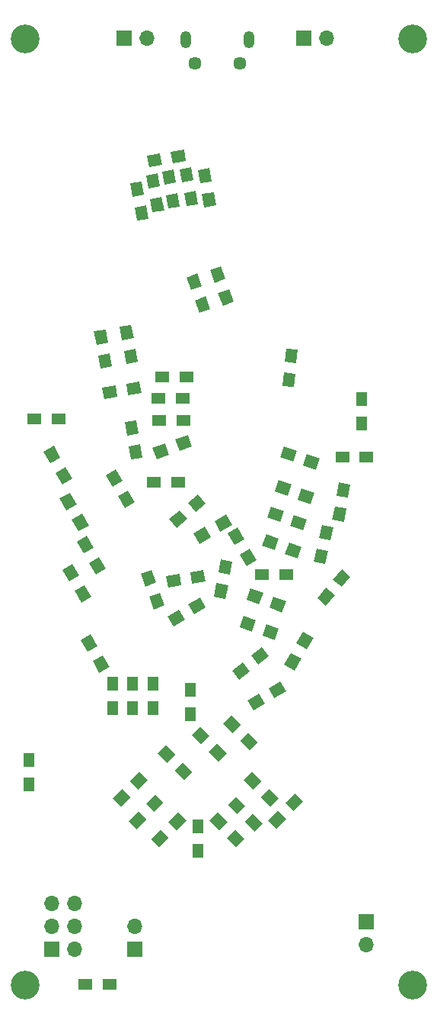
<source format=gbr>
%TF.GenerationSoftware,KiCad,Pcbnew,5.1.9*%
%TF.CreationDate,2021-02-07T10:12:46+01:00*%
%TF.ProjectId,afterglow_replay,61667465-7267-46c6-9f77-5f7265706c61,rev?*%
%TF.SameCoordinates,Original*%
%TF.FileFunction,Soldermask,Top*%
%TF.FilePolarity,Negative*%
%FSLAX46Y46*%
G04 Gerber Fmt 4.6, Leading zero omitted, Abs format (unit mm)*
G04 Created by KiCad (PCBNEW 5.1.9) date 2021-02-07 10:12:46*
%MOMM*%
%LPD*%
G01*
G04 APERTURE LIST*
%ADD10C,3.200000*%
%ADD11O,1.700000X1.700000*%
%ADD12R,1.700000X1.700000*%
%ADD13O,1.200000X1.900000*%
%ADD14C,1.450000*%
%ADD15R,1.500000X1.300000*%
%ADD16C,0.100000*%
%ADD17R,1.300000X1.500000*%
G04 APERTURE END LIST*
D10*
%TO.C,OR*%
X155100000Y-46000000D03*
%TD*%
D11*
%TO.C,J6*%
X145540000Y-45900000D03*
D12*
X143000000Y-45900000D03*
%TD*%
D11*
%TO.C,J5*%
X125600000Y-45900000D03*
D12*
X123060000Y-45900000D03*
%TD*%
D13*
%TO.C,J4*%
X136900000Y-46050000D03*
X129900000Y-46050000D03*
D14*
X135900000Y-48750000D03*
X130900000Y-48750000D03*
%TD*%
D10*
%TO.C,UL*%
X112000000Y-151000000D03*
%TD*%
%TO.C,REF\u002A\u002A*%
X155100000Y-151000000D03*
%TD*%
%TO.C,OL*%
X112000000Y-46000000D03*
%TD*%
D11*
%TO.C,J1*%
X150000000Y-146540000D03*
D12*
X150000000Y-144000000D03*
%TD*%
D11*
%TO.C,J3*%
X117540000Y-141920000D03*
X115000000Y-141920000D03*
X117540000Y-144460000D03*
X115000000Y-144460000D03*
X117540000Y-147000000D03*
D12*
X115000000Y-147000000D03*
%TD*%
D11*
%TO.C,J2*%
X124250000Y-144460000D03*
D12*
X124250000Y-147000000D03*
%TD*%
D15*
%TO.C,D88*%
X121450000Y-150900000D03*
X118750000Y-150900000D03*
%TD*%
D16*
%TO.C,D87*%
G36*
X122887917Y-95055385D02*
G01*
X121762083Y-95705385D01*
X121012083Y-94406347D01*
X122137917Y-93756347D01*
X122887917Y-95055385D01*
G37*
G36*
X124237917Y-97393653D02*
G01*
X123112083Y-98043653D01*
X122362083Y-96744615D01*
X123487917Y-96094615D01*
X124237917Y-97393653D01*
G37*
%TD*%
%TO.C,D86*%
G36*
X134305588Y-72613871D02*
G01*
X133083988Y-73058498D01*
X132570958Y-71648959D01*
X133792558Y-71204332D01*
X134305588Y-72613871D01*
G37*
G36*
X135229042Y-75151041D02*
G01*
X134007442Y-75595668D01*
X133494412Y-74186129D01*
X134716012Y-73741502D01*
X135229042Y-75151041D01*
G37*
%TD*%
%TO.C,D85*%
G36*
X147251601Y-106824185D02*
G01*
X146255743Y-105988561D01*
X147219925Y-104839495D01*
X148215783Y-105675119D01*
X147251601Y-106824185D01*
G37*
G36*
X145516075Y-108892505D02*
G01*
X144520217Y-108056881D01*
X145484399Y-106907815D01*
X146480257Y-107743439D01*
X145516075Y-108892505D01*
G37*
%TD*%
%TO.C,D84*%
G36*
X145968311Y-101661596D02*
G01*
X144701630Y-101369159D01*
X145039057Y-99907604D01*
X146305738Y-100200041D01*
X145968311Y-101661596D01*
G37*
G36*
X145360943Y-104292396D02*
G01*
X144094262Y-103999959D01*
X144431689Y-102538404D01*
X145698370Y-102830841D01*
X145360943Y-104292396D01*
G37*
%TD*%
%TO.C,D83*%
G36*
X147944314Y-96921987D02*
G01*
X146664064Y-96696244D01*
X146924536Y-95219033D01*
X148204786Y-95444776D01*
X147944314Y-96921987D01*
G37*
G36*
X147475464Y-99580967D02*
G01*
X146195214Y-99355224D01*
X146455686Y-97878013D01*
X147735936Y-98103756D01*
X147475464Y-99580967D01*
G37*
%TD*%
D15*
%TO.C,D82*%
X150000000Y-92400000D03*
X147300000Y-92400000D03*
%TD*%
D17*
%TO.C,D81*%
X149500000Y-85950000D03*
X149500000Y-88650000D03*
%TD*%
%TO.C,D78*%
X126300000Y-117550000D03*
X126300000Y-120250000D03*
%TD*%
%TO.C,D77*%
X124000000Y-117550000D03*
X124000000Y-120250000D03*
%TD*%
%TO.C,D76*%
X121800000Y-117550000D03*
X121800000Y-120250000D03*
%TD*%
D16*
%TO.C,D75*%
G36*
X118062917Y-105555385D02*
G01*
X116937083Y-106205385D01*
X116187083Y-104906347D01*
X117312917Y-104256347D01*
X118062917Y-105555385D01*
G37*
G36*
X119412917Y-107893653D02*
G01*
X118287083Y-108543653D01*
X117537083Y-107244615D01*
X118662917Y-106594615D01*
X119412917Y-107893653D01*
G37*
%TD*%
%TO.C,D74*%
G36*
X119662917Y-102455385D02*
G01*
X118537083Y-103105385D01*
X117787083Y-101806347D01*
X118912917Y-101156347D01*
X119662917Y-102455385D01*
G37*
G36*
X121012917Y-104793653D02*
G01*
X119887083Y-105443653D01*
X119137083Y-104144615D01*
X120262917Y-103494615D01*
X121012917Y-104793653D01*
G37*
%TD*%
%TO.C,D73*%
G36*
X117762917Y-97655385D02*
G01*
X116637083Y-98305385D01*
X115887083Y-97006347D01*
X117012917Y-96356347D01*
X117762917Y-97655385D01*
G37*
G36*
X119112917Y-99993653D02*
G01*
X117987083Y-100643653D01*
X117237083Y-99344615D01*
X118362917Y-98694615D01*
X119112917Y-99993653D01*
G37*
%TD*%
%TO.C,D72*%
G36*
X115962917Y-92455385D02*
G01*
X114837083Y-93105385D01*
X114087083Y-91806347D01*
X115212917Y-91156347D01*
X115962917Y-92455385D01*
G37*
G36*
X117312917Y-94793653D02*
G01*
X116187083Y-95443653D01*
X115437083Y-94144615D01*
X116562917Y-93494615D01*
X117312917Y-94793653D01*
G37*
%TD*%
D15*
%TO.C,D71*%
X115750000Y-88200000D03*
X113050000Y-88200000D03*
%TD*%
D16*
%TO.C,D68*%
G36*
X142199820Y-81958934D02*
G01*
X140904767Y-81845632D01*
X141035500Y-80351340D01*
X142330553Y-80464642D01*
X142199820Y-81958934D01*
G37*
G36*
X141964500Y-84648660D02*
G01*
X140669447Y-84535358D01*
X140800180Y-83041066D01*
X142095233Y-83154368D01*
X141964500Y-84648660D01*
G37*
%TD*%
%TO.C,D67*%
G36*
X138410502Y-112178012D02*
G01*
X138855129Y-110956412D01*
X140264668Y-111469442D01*
X139820041Y-112691042D01*
X138410502Y-112178012D01*
G37*
G36*
X135873332Y-111254558D02*
G01*
X136317959Y-110032958D01*
X137727498Y-110545988D01*
X137282871Y-111767588D01*
X135873332Y-111254558D01*
G37*
%TD*%
%TO.C,D66*%
G36*
X139191502Y-109116012D02*
G01*
X139636129Y-107894412D01*
X141045668Y-108407442D01*
X140601041Y-109629042D01*
X139191502Y-109116012D01*
G37*
G36*
X136654332Y-108192558D02*
G01*
X137098959Y-106970958D01*
X138508498Y-107483988D01*
X138063871Y-108705588D01*
X136654332Y-108192558D01*
G37*
%TD*%
D15*
%TO.C,D65*%
X141050000Y-105400000D03*
X138350000Y-105400000D03*
%TD*%
D16*
%TO.C,D64*%
G36*
X140941502Y-103116012D02*
G01*
X141386129Y-101894412D01*
X142795668Y-102407442D01*
X142351041Y-103629042D01*
X140941502Y-103116012D01*
G37*
G36*
X138404332Y-102192558D02*
G01*
X138848959Y-100970958D01*
X140258498Y-101483988D01*
X139813871Y-102705588D01*
X138404332Y-102192558D01*
G37*
%TD*%
%TO.C,D63*%
G36*
X141491502Y-100016012D02*
G01*
X141936129Y-98794412D01*
X143345668Y-99307442D01*
X142901041Y-100529042D01*
X141491502Y-100016012D01*
G37*
G36*
X138954332Y-99092558D02*
G01*
X139398959Y-97870958D01*
X140808498Y-98383988D01*
X140363871Y-99605588D01*
X138954332Y-99092558D01*
G37*
%TD*%
%TO.C,D62*%
G36*
X142341502Y-97116012D02*
G01*
X142786129Y-95894412D01*
X144195668Y-96407442D01*
X143751041Y-97629042D01*
X142341502Y-97116012D01*
G37*
G36*
X139804332Y-96192558D02*
G01*
X140248959Y-94970958D01*
X141658498Y-95483988D01*
X141213871Y-96705588D01*
X139804332Y-96192558D01*
G37*
%TD*%
%TO.C,D61*%
G36*
X142941502Y-93316012D02*
G01*
X143386129Y-92094412D01*
X144795668Y-92607442D01*
X144351041Y-93829042D01*
X142941502Y-93316012D01*
G37*
G36*
X140404332Y-92392558D02*
G01*
X140848959Y-91170958D01*
X142258498Y-91683988D01*
X141813871Y-92905588D01*
X140404332Y-92392558D01*
G37*
%TD*%
%TO.C,D58*%
G36*
X120062917Y-113355385D02*
G01*
X118937083Y-114005385D01*
X118187083Y-112706347D01*
X119312917Y-112056347D01*
X120062917Y-113355385D01*
G37*
G36*
X121412917Y-115693653D02*
G01*
X120287083Y-116343653D01*
X119537083Y-115044615D01*
X120662917Y-114394615D01*
X121412917Y-115693653D01*
G37*
%TD*%
%TO.C,D57*%
G36*
X143337917Y-113736385D02*
G01*
X142212083Y-113086385D01*
X142962083Y-111787347D01*
X144087917Y-112437347D01*
X143337917Y-113736385D01*
G37*
G36*
X141987917Y-116074653D02*
G01*
X140862083Y-115424653D01*
X141612083Y-114125615D01*
X142737917Y-114775615D01*
X141987917Y-116074653D01*
G37*
%TD*%
%TO.C,D56*%
G36*
X137972987Y-115442810D02*
G01*
X137172627Y-114418396D01*
X138354643Y-113494904D01*
X139155003Y-114519318D01*
X137972987Y-115442810D01*
G37*
G36*
X135845357Y-117105096D02*
G01*
X135044997Y-116080682D01*
X136227013Y-115157190D01*
X137027373Y-116181604D01*
X135845357Y-117105096D01*
G37*
%TD*%
%TO.C,D55*%
G36*
X139744615Y-119162917D02*
G01*
X139094615Y-118037083D01*
X140393653Y-117287083D01*
X141043653Y-118412917D01*
X139744615Y-119162917D01*
G37*
G36*
X137406347Y-120512917D02*
G01*
X136756347Y-119387083D01*
X138055385Y-118637083D01*
X138705385Y-119762917D01*
X137406347Y-120512917D01*
G37*
%TD*%
D15*
%TO.C,D54*%
X129950000Y-83500000D03*
X127250000Y-83500000D03*
%TD*%
%TO.C,D53*%
X129550000Y-85900000D03*
X126850000Y-85900000D03*
%TD*%
%TO.C,D52*%
X129650000Y-88300000D03*
X126950000Y-88300000D03*
%TD*%
D16*
%TO.C,D51*%
G36*
X129186129Y-91705588D02*
G01*
X128741502Y-90483988D01*
X130151041Y-89970958D01*
X130595668Y-91192558D01*
X129186129Y-91705588D01*
G37*
G36*
X126648959Y-92629042D02*
G01*
X126204332Y-91407442D01*
X127613871Y-90894412D01*
X128058498Y-92116012D01*
X126648959Y-92629042D01*
G37*
%TD*%
D15*
%TO.C,D48*%
X129050000Y-95200000D03*
X126350000Y-95200000D03*
%TD*%
D16*
%TO.C,D47*%
G36*
X130977439Y-98512257D02*
G01*
X130141815Y-97516399D01*
X131290881Y-96552217D01*
X132126505Y-97548075D01*
X130977439Y-98512257D01*
G37*
G36*
X128909119Y-100247783D02*
G01*
X128073495Y-99251925D01*
X129222561Y-98287743D01*
X130058185Y-99283601D01*
X128909119Y-100247783D01*
G37*
%TD*%
%TO.C,D46*%
G36*
X133744615Y-100662917D02*
G01*
X133094615Y-99537083D01*
X134393653Y-98787083D01*
X135043653Y-99912917D01*
X133744615Y-100662917D01*
G37*
G36*
X131406347Y-102012917D02*
G01*
X130756347Y-100887083D01*
X132055385Y-100137083D01*
X132705385Y-101262917D01*
X131406347Y-102012917D01*
G37*
%TD*%
%TO.C,D45*%
G36*
X136437917Y-101524385D02*
G01*
X135312083Y-102174385D01*
X134562083Y-100875347D01*
X135687917Y-100225347D01*
X136437917Y-101524385D01*
G37*
G36*
X137787917Y-103862653D02*
G01*
X136662083Y-104512653D01*
X135912083Y-103213615D01*
X137037917Y-102563615D01*
X137787917Y-103862653D01*
G37*
%TD*%
%TO.C,D44*%
G36*
X134810314Y-105450987D02*
G01*
X133530064Y-105225244D01*
X133790536Y-103748033D01*
X135070786Y-103973776D01*
X134810314Y-105450987D01*
G37*
G36*
X134341464Y-108109967D02*
G01*
X133061214Y-107884224D01*
X133321686Y-106407013D01*
X134601936Y-106632756D01*
X134341464Y-108109967D01*
G37*
%TD*%
%TO.C,D43*%
G36*
X129196244Y-105364064D02*
G01*
X129421987Y-106644314D01*
X127944776Y-106904786D01*
X127719033Y-105624536D01*
X129196244Y-105364064D01*
G37*
G36*
X131855224Y-104895214D02*
G01*
X132080967Y-106175464D01*
X130603756Y-106435936D01*
X130378013Y-105155686D01*
X131855224Y-104895214D01*
G37*
%TD*%
%TO.C,D42*%
G36*
X126605588Y-106313871D02*
G01*
X125383988Y-106758498D01*
X124870958Y-105348959D01*
X126092558Y-104904332D01*
X126605588Y-106313871D01*
G37*
G36*
X127529042Y-108851041D02*
G01*
X126307442Y-109295668D01*
X125794412Y-107886129D01*
X127016012Y-107441502D01*
X127529042Y-108851041D01*
G37*
%TD*%
%TO.C,D41*%
G36*
X130844615Y-109862917D02*
G01*
X130194615Y-108737083D01*
X131493653Y-107987083D01*
X132143653Y-109112917D01*
X130844615Y-109862917D01*
G37*
G36*
X128506347Y-111212917D02*
G01*
X127856347Y-110087083D01*
X129155385Y-109337083D01*
X129805385Y-110462917D01*
X128506347Y-111212917D01*
G37*
%TD*%
D17*
%TO.C,D38*%
X130400000Y-118250000D03*
X130400000Y-120950000D03*
%TD*%
D16*
%TO.C,D37*%
G36*
X136035355Y-122116117D02*
G01*
X135116117Y-123035355D01*
X134055457Y-121974695D01*
X134974695Y-121055457D01*
X136035355Y-122116117D01*
G37*
G36*
X137944543Y-124025305D02*
G01*
X137025305Y-124944543D01*
X135964645Y-123883883D01*
X136883883Y-122964645D01*
X137944543Y-124025305D01*
G37*
%TD*%
%TO.C,D36*%
G36*
X132535355Y-123316117D02*
G01*
X131616117Y-124235355D01*
X130555457Y-123174695D01*
X131474695Y-122255457D01*
X132535355Y-123316117D01*
G37*
G36*
X134444543Y-125225305D02*
G01*
X133525305Y-126144543D01*
X132464645Y-125083883D01*
X133383883Y-124164645D01*
X134444543Y-125225305D01*
G37*
%TD*%
%TO.C,D35*%
G36*
X128735355Y-125416117D02*
G01*
X127816117Y-126335355D01*
X126755457Y-125274695D01*
X127674695Y-124355457D01*
X128735355Y-125416117D01*
G37*
G36*
X130644543Y-127325305D02*
G01*
X129725305Y-128244543D01*
X128664645Y-127183883D01*
X129583883Y-126264645D01*
X130644543Y-127325305D01*
G37*
%TD*%
%TO.C,D34*%
G36*
X121235936Y-79696244D02*
G01*
X119955686Y-79921987D01*
X119695214Y-78444776D01*
X120975464Y-78219033D01*
X121235936Y-79696244D01*
G37*
G36*
X121704786Y-82355224D02*
G01*
X120424536Y-82580967D01*
X120164064Y-81103756D01*
X121444314Y-80878013D01*
X121704786Y-82355224D01*
G37*
%TD*%
%TO.C,D33*%
G36*
X124101936Y-79196244D02*
G01*
X122821686Y-79421987D01*
X122561214Y-77944776D01*
X123841464Y-77719033D01*
X124101936Y-79196244D01*
G37*
G36*
X124570786Y-81855224D02*
G01*
X123290536Y-82080967D01*
X123030064Y-80603756D01*
X124310314Y-80378013D01*
X124570786Y-81855224D01*
G37*
%TD*%
%TO.C,D32*%
G36*
X123503756Y-85535936D02*
G01*
X123278013Y-84255686D01*
X124755224Y-83995214D01*
X124980967Y-85275464D01*
X123503756Y-85535936D01*
G37*
G36*
X120844776Y-86004786D02*
G01*
X120619033Y-84724536D01*
X122096244Y-84464064D01*
X122321987Y-85744314D01*
X120844776Y-86004786D01*
G37*
%TD*%
%TO.C,D31*%
G36*
X124635936Y-89796244D02*
G01*
X123355686Y-90021987D01*
X123095214Y-88544776D01*
X124375464Y-88319033D01*
X124635936Y-89796244D01*
G37*
G36*
X125104786Y-92455224D02*
G01*
X123824536Y-92680967D01*
X123564064Y-91203756D01*
X124844314Y-90978013D01*
X125104786Y-92455224D01*
G37*
%TD*%
D17*
%TO.C,D28*%
X112500000Y-126050000D03*
X112500000Y-128750000D03*
%TD*%
D16*
%TO.C,D27*%
G36*
X131693588Y-73445271D02*
G01*
X130471988Y-73889898D01*
X129958958Y-72480359D01*
X131180558Y-72035732D01*
X131693588Y-73445271D01*
G37*
G36*
X132617042Y-75982441D02*
G01*
X131395442Y-76427068D01*
X130882412Y-75017529D01*
X132104012Y-74572902D01*
X132617042Y-75982441D01*
G37*
%TD*%
%TO.C,D26*%
G36*
X132785936Y-61796244D02*
G01*
X131505686Y-62021987D01*
X131245214Y-60544776D01*
X132525464Y-60319033D01*
X132785936Y-61796244D01*
G37*
G36*
X133254786Y-64455224D02*
G01*
X131974536Y-64680967D01*
X131714064Y-63203756D01*
X132994314Y-62978013D01*
X133254786Y-64455224D01*
G37*
%TD*%
%TO.C,D25*%
G36*
X130785936Y-61696244D02*
G01*
X129505686Y-61921987D01*
X129245214Y-60444776D01*
X130525464Y-60219033D01*
X130785936Y-61696244D01*
G37*
G36*
X131254786Y-64355224D02*
G01*
X129974536Y-64580967D01*
X129714064Y-63103756D01*
X130994314Y-62878013D01*
X131254786Y-64355224D01*
G37*
%TD*%
%TO.C,D24*%
G36*
X128785936Y-61946244D02*
G01*
X127505686Y-62171987D01*
X127245214Y-60694776D01*
X128525464Y-60469033D01*
X128785936Y-61946244D01*
G37*
G36*
X129254786Y-64605224D02*
G01*
X127974536Y-64830967D01*
X127714064Y-63353756D01*
X128994314Y-63128013D01*
X129254786Y-64605224D01*
G37*
%TD*%
%TO.C,D23*%
G36*
X127019936Y-62375744D02*
G01*
X125739686Y-62601487D01*
X125479214Y-61124276D01*
X126759464Y-60898533D01*
X127019936Y-62375744D01*
G37*
G36*
X127488786Y-65034724D02*
G01*
X126208536Y-65260467D01*
X125948064Y-63783256D01*
X127228314Y-63557513D01*
X127488786Y-65034724D01*
G37*
%TD*%
%TO.C,D22*%
G36*
X125285936Y-63296244D02*
G01*
X124005686Y-63521987D01*
X123745214Y-62044776D01*
X125025464Y-61819033D01*
X125285936Y-63296244D01*
G37*
G36*
X125754786Y-65955224D02*
G01*
X124474536Y-66180967D01*
X124214064Y-64703756D01*
X125494314Y-64478013D01*
X125754786Y-65955224D01*
G37*
%TD*%
%TO.C,D21*%
G36*
X128453756Y-59785936D02*
G01*
X128228013Y-58505686D01*
X129705224Y-58245214D01*
X129930967Y-59525464D01*
X128453756Y-59785936D01*
G37*
G36*
X125794776Y-60254786D02*
G01*
X125569033Y-58974536D01*
X127046244Y-58714064D01*
X127271987Y-59994314D01*
X125794776Y-60254786D01*
G37*
%TD*%
%TO.C,D18*%
G36*
X141883883Y-131685355D02*
G01*
X140964645Y-130766117D01*
X142025305Y-129705457D01*
X142944543Y-130624695D01*
X141883883Y-131685355D01*
G37*
G36*
X139974695Y-133594543D02*
G01*
X139055457Y-132675305D01*
X140116117Y-131614645D01*
X141035355Y-132533883D01*
X139974695Y-133594543D01*
G37*
%TD*%
%TO.C,D17*%
G36*
X138285355Y-128366117D02*
G01*
X137366117Y-129285355D01*
X136305457Y-128224695D01*
X137224695Y-127305457D01*
X138285355Y-128366117D01*
G37*
G36*
X140194543Y-130275305D02*
G01*
X139275305Y-131194543D01*
X138214645Y-130133883D01*
X139133883Y-129214645D01*
X140194543Y-130275305D01*
G37*
%TD*%
%TO.C,D16*%
G36*
X136535355Y-131116117D02*
G01*
X135616117Y-132035355D01*
X134555457Y-130974695D01*
X135474695Y-130055457D01*
X136535355Y-131116117D01*
G37*
G36*
X138444543Y-133025305D02*
G01*
X137525305Y-133944543D01*
X136464645Y-132883883D01*
X137383883Y-131964645D01*
X138444543Y-133025305D01*
G37*
%TD*%
%TO.C,D15*%
G36*
X134535355Y-132866117D02*
G01*
X133616117Y-133785355D01*
X132555457Y-132724695D01*
X133474695Y-131805457D01*
X134535355Y-132866117D01*
G37*
G36*
X136444543Y-134775305D02*
G01*
X135525305Y-135694543D01*
X134464645Y-134633883D01*
X135383883Y-133714645D01*
X136444543Y-134775305D01*
G37*
%TD*%
D17*
%TO.C,D14*%
X131250000Y-133400000D03*
X131250000Y-136100000D03*
%TD*%
D16*
%TO.C,D13*%
G36*
X128883883Y-133785355D02*
G01*
X127964645Y-132866117D01*
X129025305Y-131805457D01*
X129944543Y-132724695D01*
X128883883Y-133785355D01*
G37*
G36*
X126974695Y-135694543D02*
G01*
X126055457Y-134775305D01*
X127116117Y-133714645D01*
X128035355Y-134633883D01*
X126974695Y-135694543D01*
G37*
%TD*%
%TO.C,D12*%
G36*
X126383883Y-131785355D02*
G01*
X125464645Y-130866117D01*
X126525305Y-129805457D01*
X127444543Y-130724695D01*
X126383883Y-131785355D01*
G37*
G36*
X124474695Y-133694543D02*
G01*
X123555457Y-132775305D01*
X124616117Y-131714645D01*
X125535355Y-132633883D01*
X124474695Y-133694543D01*
G37*
%TD*%
%TO.C,D11*%
G36*
X124633883Y-129285355D02*
G01*
X123714645Y-128366117D01*
X124775305Y-127305457D01*
X125694543Y-128224695D01*
X124633883Y-129285355D01*
G37*
G36*
X122724695Y-131194543D02*
G01*
X121805457Y-130275305D01*
X122866117Y-129214645D01*
X123785355Y-130133883D01*
X122724695Y-131194543D01*
G37*
%TD*%
M02*

</source>
